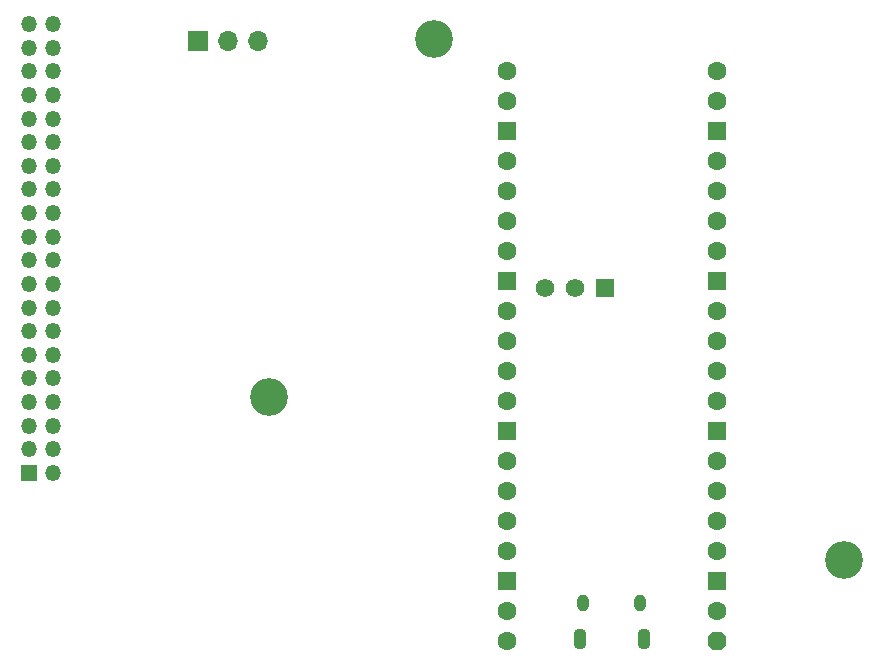
<source format=gbr>
%TF.GenerationSoftware,KiCad,Pcbnew,8.0.4-8.0.4-0~ubuntu22.04.1*%
%TF.CreationDate,2024-07-18T12:57:02-06:00*%
%TF.ProjectId,PowerBook,506f7765-7242-46f6-9f6b-2e6b69636164,rev?*%
%TF.SameCoordinates,Original*%
%TF.FileFunction,Soldermask,Bot*%
%TF.FilePolarity,Negative*%
%FSLAX46Y46*%
G04 Gerber Fmt 4.6, Leading zero omitted, Abs format (unit mm)*
G04 Created by KiCad (PCBNEW 8.0.4-8.0.4-0~ubuntu22.04.1) date 2024-07-18 12:57:02*
%MOMM*%
%LPD*%
G01*
G04 APERTURE LIST*
G04 Aperture macros list*
%AMRoundRect*
0 Rectangle with rounded corners*
0 $1 Rounding radius*
0 $2 $3 $4 $5 $6 $7 $8 $9 X,Y pos of 4 corners*
0 Add a 4 corners polygon primitive as box body*
4,1,4,$2,$3,$4,$5,$6,$7,$8,$9,$2,$3,0*
0 Add four circle primitives for the rounded corners*
1,1,$1+$1,$2,$3*
1,1,$1+$1,$4,$5*
1,1,$1+$1,$6,$7*
1,1,$1+$1,$8,$9*
0 Add four rect primitives between the rounded corners*
20,1,$1+$1,$2,$3,$4,$5,0*
20,1,$1+$1,$4,$5,$6,$7,0*
20,1,$1+$1,$6,$7,$8,$9,0*
20,1,$1+$1,$8,$9,$2,$3,0*%
%AMFreePoly0*
4,1,26,0.335306,0.780194,0.389950,0.741421,0.741421,0.389950,0.788777,0.314585,0.800000,0.248529,0.800000,-0.248529,0.780194,-0.335306,0.741421,-0.389950,0.389950,-0.741421,0.314585,-0.788777,0.248529,-0.800000,0.000000,-0.800000,-0.248529,-0.800000,-0.335306,-0.780194,-0.389950,-0.741421,-0.741421,-0.389950,-0.788777,-0.314585,-0.800000,-0.248529,-0.800000,0.248529,-0.780194,0.335306,
-0.741421,0.389950,-0.389950,0.741421,-0.314585,0.788777,-0.248529,0.800000,0.248529,0.800000,0.335306,0.780194,0.335306,0.780194,$1*%
G04 Aperture macros list end*
%ADD10R,1.700000X1.700000*%
%ADD11O,1.700000X1.700000*%
%ADD12C,3.200000*%
%ADD13O,1.100000X1.800000*%
%ADD14O,1.050000X1.450000*%
%ADD15FreePoly0,180.000000*%
%ADD16C,1.600000*%
%ADD17RoundRect,0.200000X0.600000X0.600000X-0.600000X0.600000X-0.600000X-0.600000X0.600000X-0.600000X0*%
%ADD18R,1.574800X1.574800*%
%ADD19C,1.574800*%
%ADD20R,1.350000X1.350000*%
%ADD21O,1.350000X1.350000*%
G04 APERTURE END LIST*
D10*
%TO.C,J1*%
X117373400Y-76225400D03*
D11*
X119913400Y-76225400D03*
X122453400Y-76225400D03*
%TD*%
D12*
%TO.C,H1*%
X123367800Y-106375200D03*
%TD*%
%TO.C,H5*%
X137388600Y-76073000D03*
%TD*%
D13*
%TO.C,RP1*%
X155140400Y-126856200D03*
D14*
X154840400Y-123826200D03*
X149990400Y-123826200D03*
D13*
X149690400Y-126856200D03*
D15*
X161305400Y-126986200D03*
D16*
X161305400Y-124446200D03*
D17*
X161305400Y-121906200D03*
D16*
X161305400Y-119366200D03*
X161305400Y-116826200D03*
X161305400Y-114286200D03*
X161305400Y-111746200D03*
D17*
X161305400Y-109206200D03*
D16*
X161305400Y-106666200D03*
X161305400Y-104126200D03*
X161305400Y-101586200D03*
X161305400Y-99046200D03*
D17*
X161305400Y-96506200D03*
D16*
X161305400Y-93966200D03*
X161305400Y-91426200D03*
X161305400Y-88886200D03*
X161305400Y-86346200D03*
D17*
X161305400Y-83806200D03*
D16*
X161305400Y-81266200D03*
X161305400Y-78726200D03*
X143525400Y-78726200D03*
X143525400Y-81266200D03*
D17*
X143525400Y-83806200D03*
D16*
X143525400Y-86346200D03*
X143525400Y-88886200D03*
X143525400Y-91426200D03*
X143525400Y-93966200D03*
D17*
X143525400Y-96506200D03*
D16*
X143525400Y-99046200D03*
X143525400Y-101586200D03*
X143525400Y-104126200D03*
X143525400Y-106666200D03*
D17*
X143525400Y-109206200D03*
D16*
X143525400Y-111746200D03*
X143525400Y-114286200D03*
X143525400Y-116826200D03*
X143525400Y-119366200D03*
D17*
X143525400Y-121906200D03*
D16*
X143525400Y-124446200D03*
X143525400Y-126986200D03*
D18*
X151831200Y-97156200D03*
D19*
X149291200Y-97156200D03*
X146751200Y-97156200D03*
%TD*%
D12*
%TO.C,H3*%
X172034200Y-120142000D03*
%TD*%
D20*
%TO.C,J2*%
X103073200Y-112776800D03*
D21*
X105073200Y-112776800D03*
X103073200Y-110776800D03*
X105073200Y-110776800D03*
X103073200Y-108776800D03*
X105073200Y-108776800D03*
X103073200Y-106776800D03*
X105073200Y-106776800D03*
X103073200Y-104776800D03*
X105073200Y-104776800D03*
X103073200Y-102776800D03*
X105073200Y-102776800D03*
X103073200Y-100776800D03*
X105073200Y-100776800D03*
X103073200Y-98776800D03*
X105073200Y-98776800D03*
X105073200Y-96776800D03*
X103073200Y-94776800D03*
X105073200Y-94776800D03*
X103073200Y-92776800D03*
X105073200Y-92776800D03*
X103073200Y-90776800D03*
X105073200Y-90776800D03*
X103073200Y-88776800D03*
X105073200Y-88776800D03*
X103073200Y-86776800D03*
X105073200Y-86776800D03*
X103073200Y-84776800D03*
X105073200Y-84776800D03*
X103073200Y-82776800D03*
X105073200Y-82776800D03*
X103073200Y-80776800D03*
X105073200Y-80776800D03*
X103073200Y-78776800D03*
X105073200Y-78776800D03*
X103073200Y-76776800D03*
X105073200Y-76776800D03*
X103073200Y-74776800D03*
X105073200Y-74776800D03*
X103073200Y-96776800D03*
%TD*%
M02*

</source>
